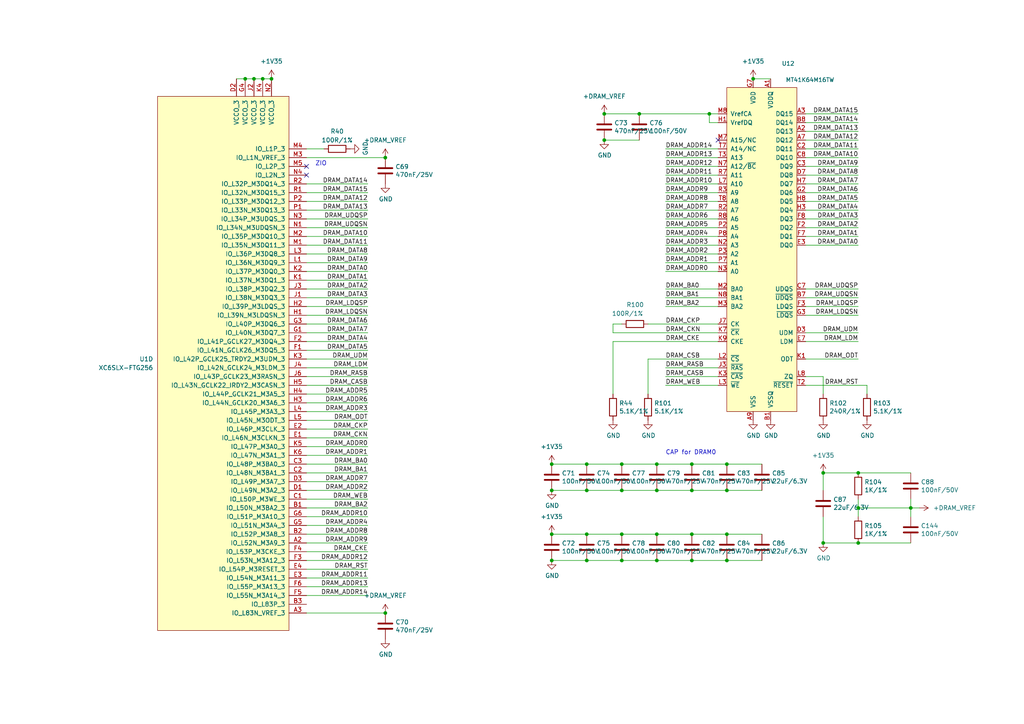
<source format=kicad_sch>
(kicad_sch (version 20231120) (generator "eeschema") (generator_version "8.0")
  (paper "A4")
  (title_block (title "Glider") (date "2025-06-26") (rev "R1.1") (company "Copyright 2025 Modos Tech Inc"))
  (junction (at 170.18 142.24) (diameter 0.9144))
  (junction (at 210.82 154.94) (diameter 0.9144))
  (junction (at 71.12 22.86))
  (junction (at 218.44 22.86))
  (junction (at 160.02 142.24) (diameter 0.9144))
  (junction (at 238.76 137.16))
  (junction (at 210.82 134.62) (diameter 0.9144))
  (junction (at 210.82 162.56) (diameter 0.9144))
  (junction (at 160.02 154.94))
  (junction (at 190.5 154.94) (diameter 0.9144))
  (junction (at 185.42 33.02) (diameter 0.9144))
  (junction (at 190.5 162.56) (diameter 0.9144))
  (junction (at 210.82 142.24) (diameter 0.9144))
  (junction (at 170.18 162.56) (diameter 0.9144))
  (junction (at 76.2 22.86))
  (junction (at 248.92 137.16) (diameter 0.9144))
  (junction (at 205.74 33.02))
  (junction (at 248.92 147.32) (diameter 0.9144))
  (junction (at 200.66 142.24) (diameter 0.9144))
  (junction (at 111.76 177.8))
  (junction (at 200.66 154.94) (diameter 0.9144))
  (junction (at 238.76 157.48) (diameter 0.9144))
  (junction (at 264.16 147.32) (diameter 0.9144))
  (junction (at 180.34 162.56) (diameter 0.9144))
  (junction (at 200.66 134.62) (diameter 0.9144))
  (junction (at 73.66 22.86))
  (junction (at 180.34 142.24) (diameter 0.9144))
  (junction (at 190.5 142.24) (diameter 0.9144))
  (junction (at 180.34 154.94) (diameter 0.9144))
  (junction (at 175.26 33.02))
  (junction (at 180.34 134.62) (diameter 0.9144))
  (junction (at 170.18 134.62) (diameter 0.9144))
  (junction (at 78.74 22.86))
  (junction (at 111.76 45.72))
  (junction (at 200.66 162.56) (diameter 0.9144))
  (junction (at 190.5 134.62) (diameter 0.9144))
  (junction (at 175.26 40.64) (diameter 0.9144))
  (junction (at 160.02 134.62))
  (junction (at 170.18 154.94) (diameter 0.9144))
  (junction (at 248.92 157.48) (diameter 0.9144))
  (junction (at 160.02 162.56) (diameter 0.9144))
  (no_connect (at 88.9 50.8))
  (no_connect (at 88.9 48.26))
  (no_connect (at 208.28 40.64))
  (wire (pts (xy 193.04 43.18) (xy 208.28 43.18)))
  (wire (pts (xy 193.04 73.66) (xy 208.28 73.66)))
  (wire (pts (xy 88.9 106.68) (xy 106.68 106.68)))
  (wire (pts (xy 106.68 172.72) (xy 88.9 172.72)))
  (wire (pts (xy 193.04 55.88) (xy 208.28 55.88)))
  (wire (pts (xy 170.18 134.62) (xy 180.34 134.62)))
  (wire (pts (xy 200.66 162.56) (xy 190.5 162.56)))
  (wire (pts (xy 175.26 33.02) (xy 185.42 33.02)))
  (wire (pts (xy 233.68 68.58) (xy 248.92 68.58)))
  (wire (pts (xy 106.68 114.3) (xy 88.9 114.3)))
  (wire (pts (xy 193.04 111.76) (xy 208.28 111.76)))
  (wire (pts (xy 233.68 109.22) (xy 238.76 109.22)))
  (wire (pts (xy 76.2 22.86) (xy 78.74 22.86)))
  (wire (pts (xy 193.04 109.22) (xy 208.28 109.22)))
  (wire (pts (xy 233.68 104.14) (xy 248.92 104.14)))
  (wire (pts (xy 187.96 93.98) (xy 208.28 93.98)))
  (wire (pts (xy 233.68 53.34) (xy 248.92 53.34)))
  (wire (pts (xy 106.68 160.02) (xy 88.9 160.02)))
  (wire (pts (xy 88.9 149.86) (xy 106.68 149.86)))
  (wire (pts (xy 220.98 162.56) (xy 210.82 162.56)))
  (wire (pts (xy 233.68 91.44) (xy 248.92 91.44)))
  (wire (pts (xy 177.8 114.3) (xy 177.8 99.06)))
  (wire (pts (xy 193.04 88.9) (xy 208.28 88.9)))
  (wire (pts (xy 88.9 55.88) (xy 106.68 55.88)))
  (wire (pts (xy 177.8 96.52) (xy 177.8 93.98)))
  (wire (pts (xy 210.82 154.94) (xy 200.66 154.94)))
  (wire (pts (xy 106.68 119.38) (xy 88.9 119.38)))
  (wire (pts (xy 106.68 63.5) (xy 88.9 63.5)))
  (wire (pts (xy 233.68 43.18) (xy 248.92 43.18)))
  (wire (pts (xy 248.92 157.48) (xy 238.76 157.48)))
  (wire (pts (xy 233.68 71.12) (xy 248.92 71.12)))
  (wire (pts (xy 193.04 78.74) (xy 208.28 78.74)))
  (wire (pts (xy 210.82 142.24) (xy 200.66 142.24)))
  (wire (pts (xy 193.04 60.96) (xy 208.28 60.96)))
  (wire (pts (xy 177.8 99.06) (xy 208.28 99.06)))
  (wire (pts (xy 233.68 50.8) (xy 248.92 50.8)))
  (wire (pts (xy 88.9 96.52) (xy 106.68 96.52)))
  (wire (pts (xy 106.68 86.36) (xy 88.9 86.36)))
  (wire (pts (xy 193.04 86.36) (xy 208.28 86.36)))
  (wire (pts (xy 210.82 162.56) (xy 200.66 162.56)))
  (wire (pts (xy 71.12 22.86) (xy 73.66 22.86)))
  (wire (pts (xy 88.9 124.46) (xy 106.68 124.46)))
  (wire (pts (xy 220.98 154.94) (xy 210.82 154.94)))
  (wire (pts (xy 170.18 142.24) (xy 160.02 142.24)))
  (wire (pts (xy 233.68 111.76) (xy 251.46 111.76)))
  (wire (pts (xy 193.04 71.12) (xy 208.28 71.12)))
  (wire (pts (xy 88.9 142.24) (xy 106.68 142.24)))
  (wire (pts (xy 233.68 35.56) (xy 248.92 35.56)))
  (wire (pts (xy 88.9 170.18) (xy 106.68 170.18)))
  (wire (pts (xy 190.5 142.24) (xy 180.34 142.24)))
  (wire (pts (xy 233.68 86.36) (xy 248.92 86.36)))
  (wire (pts (xy 193.04 66.04) (xy 208.28 66.04)))
  (wire (pts (xy 233.68 48.26) (xy 248.92 48.26)))
  (wire (pts (xy 88.9 53.34) (xy 106.68 53.34)))
  (wire (pts (xy 106.68 104.14) (xy 88.9 104.14)))
  (wire (pts (xy 193.04 83.82) (xy 208.28 83.82)))
  (wire (pts (xy 193.04 50.8) (xy 208.28 50.8)))
  (wire (pts (xy 88.9 127) (xy 106.68 127)))
  (wire (pts (xy 220.98 142.24) (xy 210.82 142.24)))
  (wire (pts (xy 177.8 93.98) (xy 180.34 93.98)))
  (wire (pts (xy 106.68 71.12) (xy 88.9 71.12)))
  (wire (pts (xy 170.18 162.56) (xy 160.02 162.56)))
  (wire (pts (xy 251.46 111.76) (xy 251.46 114.3)))
  (wire (pts (xy 106.68 144.78) (xy 88.9 144.78)))
  (wire (pts (xy 106.68 73.66) (xy 88.9 73.66)))
  (wire (pts (xy 233.68 58.42) (xy 248.92 58.42)))
  (wire (pts (xy 88.9 58.42) (xy 106.68 58.42)))
  (wire (pts (xy 233.68 88.9) (xy 248.92 88.9)))
  (wire (pts (xy 88.9 177.8) (xy 111.76 177.8)))
  (wire (pts (xy 68.58 22.86) (xy 71.12 22.86)))
  (wire (pts (xy 187.96 114.3) (xy 187.96 104.14)))
  (wire (pts (xy 205.74 33.02) (xy 208.28 33.02)))
  (wire (pts (xy 187.96 104.14) (xy 208.28 104.14)))
  (wire (pts (xy 106.68 137.16) (xy 88.9 137.16)))
  (wire (pts (xy 106.68 147.32) (xy 88.9 147.32)))
  (wire (pts (xy 233.68 83.82) (xy 248.92 83.82)))
  (wire (pts (xy 193.04 58.42) (xy 208.28 58.42)))
  (wire (pts (xy 170.18 134.62) (xy 160.02 134.62)))
  (wire (pts (xy 248.92 147.32) (xy 248.92 149.86)))
  (wire (pts (xy 106.68 111.76) (xy 88.9 111.76)))
  (wire (pts (xy 233.68 45.72) (xy 248.92 45.72)))
  (wire (pts (xy 88.9 45.72) (xy 111.76 45.72)))
  (wire (pts (xy 180.34 134.62) (xy 190.5 134.62)))
  (wire (pts (xy 106.68 134.62) (xy 88.9 134.62)))
  (wire (pts (xy 88.9 101.6) (xy 106.68 101.6)))
  (wire (pts (xy 248.92 144.78) (xy 248.92 147.32)))
  (wire (pts (xy 193.04 106.68) (xy 208.28 106.68)))
  (wire (pts (xy 220.98 134.62) (xy 210.82 134.62)))
  (wire (pts (xy 193.04 63.5) (xy 208.28 63.5)))
  (wire (pts (xy 264.16 144.78) (xy 264.16 147.32)))
  (wire (pts (xy 218.44 22.86) (xy 223.52 22.86)))
  (wire (pts (xy 264.16 147.32) (xy 264.16 149.86)))
  (wire (pts (xy 88.9 43.18) (xy 93.98 43.18)))
  (wire (pts (xy 238.76 137.16) (xy 238.76 142.24)))
  (wire (pts (xy 233.68 66.04) (xy 248.92 66.04)))
  (wire (pts (xy 233.68 40.64) (xy 248.92 40.64)))
  (wire (pts (xy 170.18 162.56) (xy 180.34 162.56)))
  (wire (pts (xy 170.18 142.24) (xy 180.34 142.24)))
  (wire (pts (xy 193.04 76.2) (xy 208.28 76.2)))
  (wire (pts (xy 106.68 139.7) (xy 88.9 139.7)))
  (wire (pts (xy 180.34 154.94) (xy 190.5 154.94)))
  (wire (pts (xy 190.5 162.56) (xy 180.34 162.56)))
  (wire (pts (xy 88.9 132.08) (xy 106.68 132.08)))
  (wire (pts (xy 177.8 96.52) (xy 208.28 96.52)))
  (wire (pts (xy 264.16 147.32) (xy 266.7 147.32)))
  (wire (pts (xy 88.9 162.56) (xy 106.68 162.56)))
  (wire (pts (xy 248.92 137.16) (xy 264.16 137.16)))
  (wire (pts (xy 233.68 99.06) (xy 248.92 99.06)))
  (wire (pts (xy 233.68 38.1) (xy 248.92 38.1)))
  (wire (pts (xy 106.68 91.44) (xy 88.9 91.44)))
  (wire (pts (xy 264.16 157.48) (xy 248.92 157.48)))
  (wire (pts (xy 200.66 142.24) (xy 190.5 142.24)))
  (wire (pts (xy 238.76 137.16) (xy 248.92 137.16)))
  (wire (pts (xy 106.68 129.54) (xy 88.9 129.54)))
  (wire (pts (xy 210.82 134.62) (xy 200.66 134.62)))
  (wire (pts (xy 106.68 154.94) (xy 88.9 154.94)))
  (wire (pts (xy 88.9 68.58) (xy 106.68 68.58)))
  (wire (pts (xy 233.68 96.52) (xy 248.92 96.52)))
  (wire (pts (xy 88.9 83.82) (xy 106.68 83.82)))
  (wire (pts (xy 88.9 165.1) (xy 106.68 165.1)))
  (wire (pts (xy 73.66 22.86) (xy 76.2 22.86)))
  (wire (pts (xy 205.74 35.56) (xy 205.74 33.02)))
  (wire (pts (xy 106.68 99.06) (xy 88.9 99.06)))
  (wire (pts (xy 233.68 60.96) (xy 248.92 60.96)))
  (wire (pts (xy 233.68 55.88) (xy 248.92 55.88)))
  (wire (pts (xy 88.9 116.84) (xy 106.68 116.84)))
  (wire (pts (xy 193.04 48.26) (xy 208.28 48.26)))
  (wire (pts (xy 238.76 149.86) (xy 238.76 157.48)))
  (wire (pts (xy 88.9 81.28) (xy 106.68 81.28)))
  (wire (pts (xy 238.76 109.22) (xy 238.76 114.3)))
  (wire (pts (xy 200.66 134.62) (xy 190.5 134.62)))
  (wire (pts (xy 106.68 88.9) (xy 88.9 88.9)))
  (wire (pts (xy 185.42 33.02) (xy 205.74 33.02)))
  (wire (pts (xy 106.68 93.98) (xy 88.9 93.98)))
  (wire (pts (xy 88.9 76.2) (xy 106.68 76.2)))
  (wire (pts (xy 170.18 154.94) (xy 160.02 154.94)))
  (wire (pts (xy 185.42 40.64) (xy 175.26 40.64)))
  (wire (pts (xy 106.68 60.96) (xy 88.9 60.96)))
  (wire (pts (xy 233.68 33.02) (xy 248.92 33.02)))
  (wire (pts (xy 88.9 78.74) (xy 106.68 78.74)))
  (wire (pts (xy 193.04 53.34) (xy 208.28 53.34)))
  (wire (pts (xy 233.68 63.5) (xy 248.92 63.5)))
  (wire (pts (xy 208.28 35.56) (xy 205.74 35.56)))
  (wire (pts (xy 106.68 157.48) (xy 88.9 157.48)))
  (wire (pts (xy 88.9 121.92) (xy 106.68 121.92)))
  (wire (pts (xy 193.04 45.72) (xy 208.28 45.72)))
  (wire (pts (xy 88.9 167.64) (xy 106.68 167.64)))
  (wire (pts (xy 88.9 109.22) (xy 106.68 109.22)))
  (wire (pts (xy 200.66 154.94) (xy 190.5 154.94)))
  (wire (pts (xy 248.92 147.32) (xy 264.16 147.32)))
  (wire (pts (xy 106.68 66.04) (xy 88.9 66.04)))
  (wire (pts (xy 170.18 154.94) (xy 180.34 154.94)))
  (wire (pts (xy 88.9 152.4) (xy 106.68 152.4)))
  (wire (pts (xy 193.04 68.58) (xy 208.28 68.58)))
  (text "CAP for DRAM0" (at 193.04 132.08 0) (effects (font (size 1.27 1.27)) (justify left bottom)))
  (text "ZIO" (at 91.44 48.26 0) (effects (font (size 1.27 1.27)) (justify left bottom)))
  (label "DRAM_ADDR12" (at 193.04 48.26 0))
  (label "DRAM_DATA6" (at 106.68 93.98 180))
  (label "DRAM_DATA11" (at 248.92 43.18 180))
  (label "DRAM_DATA13" (at 106.68 60.96 180))
  (label "DRAM_DATA14" (at 106.68 53.34 180))
  (label "DRAM_ADDR13" (at 106.68 170.18 180))
  (label "DRAM_ADDR10" (at 106.68 149.86 180))
  (label "DRAM_BA0" (at 106.68 134.62 180))
  (label "DRAM_WEB" (at 106.68 144.78 180))
  (label "DRAM_RASB" (at 106.68 109.22 180))
  (label "DRAM_DATA0" (at 248.92 71.12 180))
  (label "DRAM_BA2" (at 193.04 88.9 0))
  (label "DRAM_DATA15" (at 248.92 33.02 180))
  (label "DRAM_BA1" (at 193.04 86.36 0))
  (label "DRAM_ADDR6" (at 193.04 63.5 0))
  (label "DRAM_CKN" (at 106.68 127 180))
  (label "DRAM_DATA4" (at 106.68 99.06 180))
  (label "DRAM_DATA3" (at 106.68 86.36 180))
  (label "DRAM_ADDR4" (at 106.68 152.4 180))
  (label "DRAM_UDM" (at 106.68 104.14 180))
  (label "DRAM_DATA5" (at 248.92 58.42 180))
  (label "DRAM_ADDR0" (at 106.68 129.54 180))
  (label "DRAM_DATA10" (at 106.68 68.58 180))
  (label "DRAM_DATA8" (at 248.92 50.8 180))
  (label "DRAM_DATA0" (at 106.68 78.74 180))
  (label "DRAM_DATA8" (at 106.68 73.66 180))
  (label "DRAM_ADDR14" (at 106.68 172.72 180))
  (label "DRAM_LDM" (at 106.68 106.68 180))
  (label "DRAM_ADDR14" (at 193.04 43.18 0))
  (label "DRAM_DATA7" (at 248.92 53.34 180))
  (label "DRAM_ADDR1" (at 106.68 132.08 180))
  (label "DRAM_UDM" (at 248.92 96.52 180))
  (label "DRAM_LDQSN" (at 106.68 91.44 180))
  (label "DRAM_RST" (at 106.68 165.1 180))
  (label "DRAM_ADDR9" (at 193.04 55.88 0))
  (label "DRAM_DATA3" (at 248.92 63.5 180))
  (label "DRAM_DATA14" (at 248.92 35.56 180))
  (label "DRAM_ADDR0" (at 193.04 78.74 0))
  (label "DRAM_UDQSP" (at 106.68 63.5 180))
  (label "DRAM_DATA1" (at 248.92 68.58 180))
  (label "DRAM_CKP" (at 106.68 124.46 180))
  (label "DRAM_CASB" (at 106.68 111.76 180))
  (label "DRAM_ADDR8" (at 193.04 58.42 0))
  (label "DRAM_DATA9" (at 106.68 76.2 180))
  (label "DRAM_CKE" (at 193.04 99.06 0))
  (label "DRAM_DATA13" (at 248.92 38.1 180))
  (label "DRAM_ADDR1" (at 193.04 76.2 0))
  (label "DRAM_LDQSP" (at 106.68 88.9 180))
  (label "DRAM_ADDR6" (at 106.68 116.84 180))
  (label "DRAM_BA2" (at 106.68 147.32 180))
  (label "DRAM_BA0" (at 193.04 83.82 0))
  (label "DRAM_DATA1" (at 106.68 81.28 180))
  (label "DRAM_CKE" (at 106.68 160.02 180))
  (label "DRAM_ADDR11" (at 193.04 50.8 0))
  (label "DRAM_DATA12" (at 248.92 40.64 180))
  (label "DRAM_DATA10" (at 248.92 45.72 180))
  (label "DRAM_DATA12" (at 106.68 58.42 180))
  (label "DRAM_DATA15" (at 106.68 55.88 180))
  (label "DRAM_BA1" (at 106.68 137.16 180))
  (label "DRAM_ADDR3" (at 193.04 71.12 0))
  (label "DRAM_DATA11" (at 106.68 71.12 180))
  (label "DRAM_DATA6" (at 248.92 55.88 180))
  (label "DRAM_ADDR7" (at 193.04 60.96 0))
  (label "DRAM_ADDR11" (at 106.68 167.64 180))
  (label "DRAM_ADDR13" (at 193.04 45.72 0))
  (label "DRAM_ADDR10" (at 193.04 53.34 0))
  (label "DRAM_WEB" (at 193.04 111.76 0))
  (label "DRAM_LDM" (at 248.92 99.06 180))
  (label "DRAM_LDQSN" (at 248.92 91.44 180))
  (label "DRAM_CASB" (at 193.04 109.22 0))
  (label "DRAM_ADDR8" (at 106.68 154.94 180))
  (label "DRAM_ODT" (at 106.68 121.92 180))
  (label "DRAM_CKP" (at 193.04 93.98 0))
  (label "DRAM_UDQSN" (at 248.92 86.36 180))
  (label "DRAM_UDQSP" (at 248.92 83.82 180))
  (label "DRAM_ADDR7" (at 106.68 139.7 180))
  (label "DRAM_ADDR2" (at 106.68 142.24 180))
  (label "DRAM_DATA4" (at 248.92 60.96 180))
  (label "DRAM_CSB" (at 193.04 104.14 0))
  (label "DRAM_RASB" (at 193.04 106.68 0))
  (label "DRAM_DATA9" (at 248.92 48.26 180))
  (label "DRAM_DATA2" (at 248.92 66.04 180))
  (label "DRAM_CKN" (at 193.04 96.52 0))
  (label "DRAM_DATA7" (at 106.68 96.52 180))
  (label "DRAM_DATA2" (at 106.68 83.82 180))
  (label "DRAM_LDQSP" (at 248.92 88.9 180))
  (label "DRAM_ADDR3" (at 106.68 119.38 180))
  (label "DRAM_ADDR4" (at 193.04 68.58 0))
  (label "DRAM_ADDR12" (at 106.68 162.56 180))
  (label "DRAM_ADDR2" (at 193.04 73.66 0))
  (label "DRAM_ADDR9" (at 106.68 157.48 180))
  (label "DRAM_ADDR5" (at 106.68 114.3 180))
  (label "DRAM_ODT" (at 248.92 104.14 180))
  (label "DRAM_UDQSN" (at 106.68 66.04 180))
  (label "DRAM_RST" (at 248.92 111.76 180))
  (label "DRAM_ADDR5" (at 193.04 66.04 0))
  (label "DRAM_DATA5" (at 106.68 101.6 180))
  (symbol (lib_id "Device:R") (at 184.15 93.98 90) (unit 1)
    (property "Reference" "R100" (at 186.7916 88.392 90) (effects (justify left)))
    (property "Value" "100R/1%" (at 186.563 90.932 90) (effects (justify left)))
    (property "Footprint" "Resistor_SMD:R_0402_1005Metric" (effects (hide yes)))
    (property "Ref.Price" "0.001" (effects (hide yes)))
    (property "LCSC" "C25076" (effects (hide yes)))
  )
  (symbol (lib_id "Device:R") (at 248.92 140.97 0) (unit 1)
    (property "Reference" "R104" (at 250.698 139.8016 0) (effects (justify left)))
    (property "Value" "1K/1%" (at 250.698 142.113 0) (effects (justify left)))
    (property "Footprint" "Resistor_SMD:R_0402_1005Metric" (effects (hide yes)))
    (property "Ref.Price" "0.0025" (effects (hide yes)))
    (property "LCSC" "C11702" (effects (hide yes)))
  )
  (symbol (lib_id "symbols:+V") (at 111.76 177.8 0) (unit 1)
    (property "Reference" "#PWR0118" (effects (hide yes)))
    (property "Value" "+DRAM_VREF" (at 111.76 172.72 0))
  )
  (symbol (lib_id "Device:R") (at 238.76 118.11 0) (unit 1)
    (property "Reference" "R102" (at 240.538 116.9416 0) (effects (justify left)))
    (property "Value" "240R/1%" (at 240.538 119.253 0) (effects (justify left)))
    (property "Footprint" "Resistor_SMD:R_0402_1005Metric" (effects (hide yes)))
    (property "Ref.Price" "0.0009" (effects (hide yes)))
    (property "LCSC" "C25094" (effects (hide yes)))
  )
  (symbol (lib_id "Device:C") (at 190.5 158.75 0) (unit 1)
    (property "Reference" "C80" (at 193.421 157.5816 0) (effects (justify left)))
    (property "Value" "470nF/25V" (at 193.421 159.893 0) (effects (justify left)))
    (property "Footprint" "Capacitor_SMD:C_0402_1005Metric" (effects (hide yes)))
    (property "Ref.Price" "0.0036" (effects (hide yes)))
    (property "LCSC" "C6119801" (effects (hide yes)))
  )
  (symbol (lib_id "Device:C") (at 175.26 36.83 0) (unit 1)
    (property "Reference" "C73" (at 178.181 35.6616 0) (effects (justify left)))
    (property "Value" "470nF/25V" (at 178.181 37.973 0) (effects (justify left)))
    (property "Footprint" "Capacitor_SMD:C_0402_1005Metric" (effects (hide yes)))
    (property "Ref.Price" "0.0036" (effects (hide yes)))
    (property "LCSC" "C6119801" (effects (hide yes)))
  )
  (symbol (lib_id "Device:R") (at 177.8 118.11 0) (unit 1)
    (property "Reference" "R44" (at 179.578 116.9416 0) (effects (justify left)))
    (property "Value" "5.1K/1%" (at 179.578 119.253 0) (effects (justify left)))
    (property "Footprint" "Resistor_SMD:R_0402_1005Metric" (effects (hide yes)))
    (property "Ref.Price" "0.0006" (effects (hide yes)))
    (property "LCSC" "C25905" (effects (hide yes)))
  )
  (symbol (lib_id "Device:C") (at 264.16 153.67 0) (unit 1)
    (property "Reference" "C144" (at 267.081 152.5016 0) (effects (justify left)))
    (property "Value" "100nF/50V" (at 267.081 154.813 0) (effects (justify left)))
    (property "Footprint" "Capacitor_SMD:C_0402_1005Metric" (effects (hide yes)))
    (property "Ref.Price" "0.0023" (effects (hide yes)))
    (property "LCSC" "C131394" (effects (hide yes)))
  )
  (symbol (lib_id "symbols:+V") (at 266.7 147.32 270) (unit 1)
    (property "Reference" "#PWR0170" (effects (hide yes)))
    (property "Value" "+DRAM_VREF" (at 276.86 147.32 90))
  )
  (symbol (lib_id "Device:C") (at 160.02 138.43 0) (unit 1)
    (property "Reference" "C71" (at 162.941 137.2616 0) (effects (justify left)))
    (property "Value" "100nF/50V" (at 162.941 139.573 0) (effects (justify left)))
    (property "Footprint" "Capacitor_SMD:C_0402_1005Metric" (effects (hide yes)))
    (property "Ref.Price" "0.0036" (effects (hide yes)))
    (property "LCSC" "C131394" (effects (hide yes)))
  )
  (symbol (lib_id "power:GND") (at 177.8 121.92 0) (unit 1)
    (property "Reference" "#PWR0235" (effects (hide yes)))
    (property "Value" "GND" (at 177.927 126.3142 0))
  )
  (symbol (lib_id "Device:C") (at 170.18 138.43 0) (unit 1)
    (property "Reference" "C74" (at 173.101 137.2616 0) (effects (justify left)))
    (property "Value" "100nF/50V" (at 173.101 139.573 0) (effects (justify left)))
    (property "Footprint" "Capacitor_SMD:C_0402_1005Metric" (effects (hide yes)))
    (property "Ref.Price" "0.0036" (effects (hide yes)))
    (property "LCSC" "C131394" (effects (hide yes)))
  )
  (symbol (lib_id "Device:R") (at 187.96 118.11 0) (unit 1)
    (property "Reference" "R101" (at 189.738 116.9416 0) (effects (justify left)))
    (property "Value" "5.1K/1%" (at 189.738 119.253 0) (effects (justify left)))
    (property "Footprint" "Resistor_SMD:R_0402_1005Metric" (effects (hide yes)))
    (property "Ref.Price" "0.0006" (effects (hide yes)))
    (property "LCSC" "C25905" (effects (hide yes)))
  )
  (symbol (lib_id "power:GND") (at 160.02 142.24 0) (unit 1)
    (property "Reference" "#PWR0230" (effects (hide yes)))
    (property "Value" "GND" (at 160.147 146.6342 0))
  )
  (symbol (lib_id "Device:C") (at 180.34 138.43 0) (unit 1)
    (property "Reference" "C77" (at 183.261 137.2616 0) (effects (justify left)))
    (property "Value" "100nF/50V" (at 183.261 139.573 0) (effects (justify left)))
    (property "Footprint" "Capacitor_SMD:C_0402_1005Metric" (effects (hide yes)))
    (property "Ref.Price" "0.0036" (effects (hide yes)))
    (property "LCSC" "C131394" (effects (hide yes)))
  )
  (symbol (lib_id "Device:C") (at 111.76 49.53 0) (unit 1)
    (property "Reference" "C69" (at 114.681 48.3616 0) (effects (justify left)))
    (property "Value" "470nF/25V" (at 114.681 50.673 0) (effects (justify left)))
    (property "Footprint" "Capacitor_SMD:C_0402_1005Metric" (effects (hide yes)))
    (property "Ref.Price" "0.0036" (effects (hide yes)))
    (property "LCSC" "C6119801" (effects (hide yes)))
  )
  (symbol (lib_id "Device:C") (at 220.98 158.75 0) (unit 1)
    (property "Reference" "C86" (at 223.901 157.5816 0) (effects (justify left)))
    (property "Value" "22uF/6.3V" (at 223.901 159.893 0) (effects (justify left)))
    (property "Footprint" "Capacitor_SMD:C_0603_1608Metric" (effects (hide yes)))
    (property "Ref.Price" "0.0301" (effects (hide yes)))
    (property "LCSC" "C59461" (effects (hide yes)))
  )
  (symbol (lib_id "symbols:+V") (at 111.76 45.72 0) (unit 1)
    (property "Reference" "#PWR0133" (effects (hide yes)))
    (property "Value" "+DRAM_VREF" (at 111.76 40.64 0))
  )
  (symbol (lib_id "power:GND") (at 175.26 40.64 0) (unit 1)
    (property "Reference" "#PWR0234" (effects (hide yes)))
    (property "Value" "GND" (at 175.387 45.0342 0))
  )
  (symbol (lib_id "power:GND") (at 160.02 162.56 0) (unit 1)
    (property "Reference" "#PWR0232" (effects (hide yes)))
    (property "Value" "GND" (at 160.147 166.9542 0))
  )
  (symbol (lib_id "Device:R") (at 97.79 43.18 90) (unit 1)
    (property "Reference" "R40" (at 97.79 38.1 90))
    (property "Value" "100R/1%" (at 97.79 40.64 90))
    (property "Footprint" "Resistor_SMD:R_0402_1005Metric" (effects (hide yes)))
    (property "Ref.Price" "0.0007" (effects (hide yes)))
    (property "LCSC" "C25076" (effects (hide yes)))
  )
  (symbol (lib_id "power:GND") (at 111.76 53.34 0) (unit 1)
    (property "Reference" "#PWR0142" (effects (hide yes)))
    (property "Value" "GND" (at 111.887 57.7342 0))
  )
  (symbol (lib_id "Device:C") (at 111.76 181.61 0) (unit 1)
    (property "Reference" "C70" (at 114.681 180.4416 0) (effects (justify left)))
    (property "Value" "470nF/25V" (at 114.681 182.753 0) (effects (justify left)))
    (property "Footprint" "Capacitor_SMD:C_0402_1005Metric" (effects (hide yes)))
    (property "Ref.Price" "0.0036" (effects (hide yes)))
    (property "LCSC" "C6119801" (effects (hide yes)))
  )
  (symbol (lib_id "Device:C") (at 210.82 138.43 0) (unit 1)
    (property "Reference" "C83" (at 213.741 137.2616 0) (effects (justify left)))
    (property "Value" "470nF/25V" (at 213.741 139.573 0) (effects (justify left)))
    (property "Footprint" "Capacitor_SMD:C_0402_1005Metric" (effects (hide yes)))
    (property "Ref.Price" "0.0036" (effects (hide yes)))
    (property "LCSC" "C6119801" (effects (hide yes)))
  )
  (symbol (lib_id "symbols:+V") (at 160.02 154.94 0) (unit 1)
    (property "Reference" "#PWR0139" (effects (hide yes)))
    (property "Value" "+1V35" (at 160.02 149.86 0))
  )
  (symbol (lib_id "symbols:+V") (at 160.02 134.62 0) (unit 1)
    (property "Reference" "#PWR0137" (effects (hide yes)))
    (property "Value" "+1V35" (at 160.02 129.54 0))
  )
  (symbol (lib_id "power:GND") (at 251.46 121.92 0) (unit 1)
    (property "Reference" "#PWR0246" (effects (hide yes)))
    (property "Value" "GND" (at 251.587 126.3142 0))
  )
  (symbol (lib_id "symbols:MT41K256M16HA") (at 220.98 22.86 0) (unit 1)
    (property "Reference" "U12" (at 228.6 18.415 0) (effects (font (size 1.1938 1.1938))))
    (property "Value" "MT41K64M16TW" (at 234.95 23.1648 0) (effects (font (size 1.1938 1.1938))))
    (property "Footprint" "footprints:BGA-96_9.0x14.0mm_P0.8mm" (effects (hide yes)))
    (property "Ref.Price" "3.2405" (effects (hide yes)))
    (property "LCSC" "C524855" (effects (hide yes)))
  )
  (symbol (lib_id "symbols:+V") (at 175.26 33.02 0) (unit 1)
    (property "Reference" "#PWR0100" (effects (hide yes)))
    (property "Value" "+DRAM_VREF" (at 175.26 27.94 0))
  )
  (symbol (lib_id "Device:R") (at 251.46 118.11 0) (unit 1)
    (property "Reference" "R103" (at 253.238 116.9416 0) (effects (justify left)))
    (property "Value" "5.1K/1%" (at 253.238 119.253 0) (effects (justify left)))
    (property "Footprint" "Resistor_SMD:R_0402_1005Metric" (effects (hide yes)))
    (property "Ref.Price" "0.0006" (effects (hide yes)))
    (property "LCSC" "C25905" (effects (hide yes)))
  )
  (symbol (lib_id "Device:C") (at 220.98 138.43 0) (unit 1)
    (property "Reference" "C85" (at 223.901 137.2616 0) (effects (justify left)))
    (property "Value" "22uF/6.3V" (at 223.901 139.573 0) (effects (justify left)))
    (property "Footprint" "Capacitor_SMD:C_0603_1608Metric" (effects (hide yes)))
    (property "Ref.Price" "0.0301" (effects (hide yes)))
    (property "LCSC" "C59461" (effects (hide yes)))
  )
  (symbol (lib_id "Device:R") (at 248.92 153.67 0) (unit 1)
    (property "Reference" "R105" (at 250.698 152.5016 0) (effects (justify left)))
    (property "Value" "1K/1%" (at 250.698 154.813 0) (effects (justify left)))
    (property "Footprint" "Resistor_SMD:R_0402_1005Metric" (effects (hide yes)))
    (property "Ref.Price" "0.0025" (effects (hide yes)))
    (property "LCSC" "C11702" (effects (hide yes)))
  )
  (symbol (lib_id "power:GND") (at 218.44 121.92 0) (unit 1)
    (property "Reference" "#PWR0238" (effects (hide yes)))
    (property "Value" "GND" (at 218.567 126.3142 0))
  )
  (symbol (lib_id "Device:C") (at 210.82 158.75 0) (unit 1)
    (property "Reference" "C84" (at 213.741 157.5816 0) (effects (justify left)))
    (property "Value" "470nF/25V" (at 213.741 159.893 0) (effects (justify left)))
    (property "Footprint" "Capacitor_SMD:C_0402_1005Metric" (effects (hide yes)))
    (property "Ref.Price" "0.0036" (effects (hide yes)))
    (property "LCSC" "C6119801" (effects (hide yes)))
  )
  (symbol (lib_id "Device:C") (at 200.66 158.75 0) (unit 1)
    (property "Reference" "C82" (at 203.581 157.5816 0) (effects (justify left)))
    (property "Value" "470nF/25V" (at 203.581 159.893 0) (effects (justify left)))
    (property "Footprint" "Capacitor_SMD:C_0402_1005Metric" (effects (hide yes)))
    (property "Ref.Price" "0.0036" (effects (hide yes)))
    (property "LCSC" "C6119801" (effects (hide yes)))
  )
  (symbol (lib_id "Device:C") (at 200.66 138.43 0) (unit 1)
    (property "Reference" "C81" (at 203.581 137.2616 0) (effects (justify left)))
    (property "Value" "470nF/25V" (at 203.581 139.573 0) (effects (justify left)))
    (property "Footprint" "Capacitor_SMD:C_0402_1005Metric" (effects (hide yes)))
    (property "Ref.Price" "0.0036" (effects (hide yes)))
    (property "LCSC" "C6119801" (effects (hide yes)))
  )
  (symbol (lib_id "power:GND") (at 187.96 121.92 0) (unit 1)
    (property "Reference" "#PWR0236" (effects (hide yes)))
    (property "Value" "GND" (at 188.087 126.3142 0))
  )
  (symbol (lib_id "symbols:XC6SLX-FTG256") (at 63.5 104.14 0) (unit 4)
    (property "Reference" "U1" (at 44.45 104.1399 0) (effects (justify right)))
    (property "Value" "XC6SLX-FTG256" (at 44.45 106.6799 0) (effects (justify right)))
    (property "Footprint" "footprints:Xilinx_FTG256" (effects (hide yes)))
    (property "Description" "Spartan 6 LX 16 XC6SLX16-FTG256" (effects (hide yes)))
    (property "LCSC" "C39313" (effects (hide yes)))
  )
  (symbol (lib_id "Device:C") (at 185.42 36.83 0) (unit 1)
    (property "Reference" "C76" (at 188.341 35.6616 0) (effects (justify left)))
    (property "Value" "100nF/50V" (at 188.341 37.973 0) (effects (justify left)))
    (property "Footprint" "Capacitor_SMD:C_0402_1005Metric" (effects (hide yes)))
    (property "Ref.Price" "0.0036" (effects (hide yes)))
    (property "LCSC" "C131394" (effects (hide yes)))
  )
  (symbol (lib_id "power:GND") (at 111.76 185.42 0) (unit 1)
    (property "Reference" "#PWR0168" (effects (hide yes)))
    (property "Value" "GND" (at 111.887 189.8142 0))
  )
  (symbol (lib_id "power:GND") (at 101.6 43.18 90) (unit 1)
    (property "Reference" "#PWR0119" (effects (hide yes)))
    (property "Value" "GND" (at 105.9942 43.053 0))
  )
  (symbol (lib_id "Device:C") (at 180.34 158.75 0) (unit 1)
    (property "Reference" "C78" (at 183.261 157.5816 0) (effects (justify left)))
    (property "Value" "100nF/50V" (at 183.261 159.893 0) (effects (justify left)))
    (property "Footprint" "Capacitor_SMD:C_0402_1005Metric" (effects (hide yes)))
    (property "Ref.Price" "0.0036" (effects (hide yes)))
    (property "LCSC" "C131394" (effects (hide yes)))
  )
  (symbol (lib_id "Device:C") (at 190.5 138.43 0) (unit 1)
    (property "Reference" "C79" (at 193.421 137.2616 0) (effects (justify left)))
    (property "Value" "470nF/25V" (at 193.421 139.573 0) (effects (justify left)))
    (property "Footprint" "Capacitor_SMD:C_0402_1005Metric" (effects (hide yes)))
    (property "Ref.Price" "0.0036" (effects (hide yes)))
    (property "LCSC" "C6119801" (effects (hide yes)))
  )
  (symbol (lib_id "Device:C") (at 264.16 140.97 0) (unit 1)
    (property "Reference" "C88" (at 267.081 139.8016 0) (effects (justify left)))
    (property "Value" "100nF/50V" (at 267.081 142.113 0) (effects (justify left)))
    (property "Footprint" "Capacitor_SMD:C_0402_1005Metric" (effects (hide yes)))
    (property "Ref.Price" "0.0023" (effects (hide yes)))
    (property "LCSC" "C131394" (effects (hide yes)))
  )
  (symbol (lib_id "power:GND") (at 223.52 121.92 0) (unit 1)
    (property "Reference" "#PWR0239" (effects (hide yes)))
    (property "Value" "GND" (at 223.647 126.3142 0))
  )
  (symbol (lib_id "Device:C") (at 170.18 158.75 0) (unit 1)
    (property "Reference" "C75" (at 173.101 157.5816 0) (effects (justify left)))
    (property "Value" "100nF/50V" (at 173.101 159.893 0) (effects (justify left)))
    (property "Footprint" "Capacitor_SMD:C_0402_1005Metric" (effects (hide yes)))
    (property "Ref.Price" "0.0036" (effects (hide yes)))
    (property "LCSC" "C131394" (effects (hide yes)))
  )
  (symbol (lib_id "symbols:+V") (at 218.44 22.86 0) (unit 1)
    (property "Reference" "#PWR042" (effects (hide yes)))
    (property "Value" "+1V35" (at 218.44 17.78 0))
  )
  (symbol (lib_id "symbols:+V") (at 78.74 22.86 0) (unit 1)
    (property "Reference" "#PWR039" (effects (hide yes)))
    (property "Value" "+1V35" (at 78.74 17.78 0))
  )
  (symbol (lib_id "Device:C") (at 238.76 146.05 0) (unit 1)
    (property "Reference" "C87" (at 241.681 144.8816 0) (effects (justify left)))
    (property "Value" "22uF/6.3V" (at 241.681 147.193 0) (effects (justify left)))
    (property "Footprint" "Capacitor_SMD:C_0603_1608Metric" (effects (hide yes)))
    (property "Ref.Price" "0.0165" (effects (hide yes)))
    (property "LCSC" "C59461" (effects (hide yes)))
  )
  (symbol (lib_id "power:GND") (at 238.76 121.92 0) (unit 1)
    (property "Reference" "#PWR0240" (effects (hide yes)))
    (property "Value" "GND" (at 238.887 126.3142 0))
  )
  (symbol (lib_id "power:GND") (at 238.76 157.48 0) (unit 1)
    (property "Reference" "#PWR0244" (effects (hide yes)))
    (property "Value" "GND" (at 238.887 161.8742 0))
  )
  (symbol (lib_id "Device:C") (at 160.02 158.75 0) (unit 1)
    (property "Reference" "C72" (at 162.941 157.5816 0) (effects (justify left)))
    (property "Value" "100nF/50V" (at 162.941 159.893 0) (effects (justify left)))
    (property "Footprint" "Capacitor_SMD:C_0402_1005Metric" (effects (hide yes)))
    (property "Ref.Price" "0.0036" (effects (hide yes)))
    (property "LCSC" "C131394" (effects (hide yes)))
  )
  (symbol (lib_id "symbols:+V") (at 238.76 137.16 0) (unit 1)
    (property "Reference" "#PWR0144" (effects (hide yes)))
    (property "Value" "+1V35" (at 238.76 132.08 0))
  )
)
</source>
